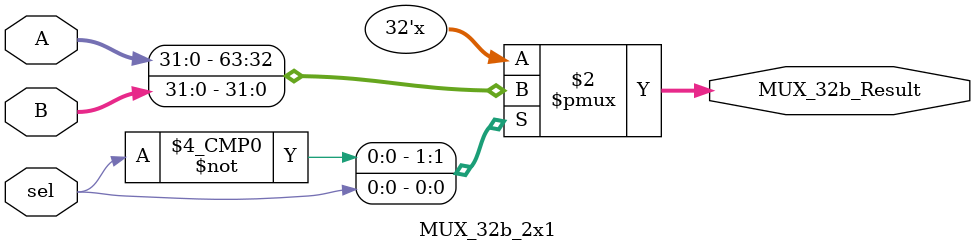
<source format=v>
module MUX_32b_2x1(
    input wire [31:0] A,
    input wire [31:0] B,
    input wire sel,
    output reg [31:0] MUX_32b_Result
);

    always @(*) begin
        case (sel)
            1'b0: MUX_32b_Result = A;
            1'b1: MUX_32b_Result = B;
            default: MUX_32b_Result = 32'b0;
        endcase
    end

endmodule
</source>
